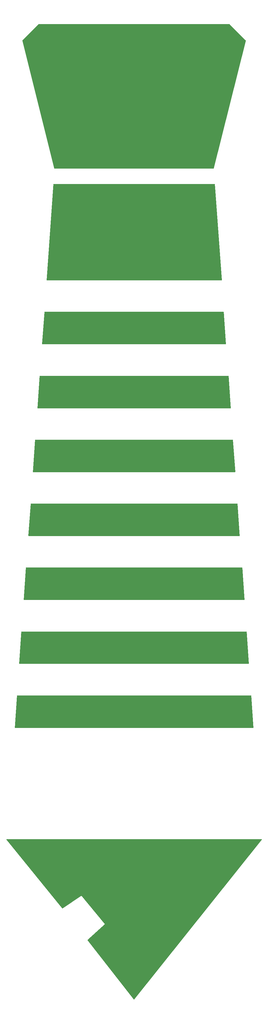
<source format=gbr>
G04 EAGLE Gerber RS-274X export*
G75*
%MOMM*%
%FSLAX34Y34*%
%LPD*%
%INStiffenerBottom*%
%IPPOS*%
%AMOC8*
5,1,8,0,0,1.08239X$1,22.5*%
G01*

G36*
X250050Y-400753D02*
X250050Y-400753D01*
X250100Y-400755D01*
X250170Y-400733D01*
X250243Y-400722D01*
X250287Y-400698D01*
X250335Y-400683D01*
X250395Y-400641D01*
X250460Y-400606D01*
X250495Y-400570D01*
X250536Y-400541D01*
X250579Y-400481D01*
X250630Y-400428D01*
X250651Y-400383D01*
X250680Y-400342D01*
X250722Y-400228D01*
X250733Y-400205D01*
X250734Y-400197D01*
X250739Y-400185D01*
X350739Y-185D01*
X350744Y-124D01*
X350759Y-64D01*
X350754Y-2D01*
X350759Y61D01*
X350744Y120D01*
X350739Y181D01*
X350715Y239D01*
X350700Y299D01*
X350667Y351D01*
X350643Y407D01*
X350586Y479D01*
X350568Y507D01*
X350555Y517D01*
X350538Y538D01*
X300538Y50538D01*
X300464Y50591D01*
X300395Y50651D01*
X300365Y50663D01*
X300339Y50682D01*
X300252Y50709D01*
X300167Y50743D01*
X300126Y50747D01*
X300103Y50754D01*
X300071Y50753D01*
X300000Y50761D01*
X-300000Y50761D01*
X-300090Y50747D01*
X-300181Y50739D01*
X-300211Y50727D01*
X-300243Y50722D01*
X-300323Y50679D01*
X-300407Y50643D01*
X-300439Y50617D01*
X-300460Y50606D01*
X-300482Y50583D01*
X-300538Y50538D01*
X-350538Y538D01*
X-350574Y489D01*
X-350617Y445D01*
X-350645Y389D01*
X-350682Y339D01*
X-350700Y280D01*
X-350727Y225D01*
X-350736Y163D01*
X-350754Y103D01*
X-350753Y42D01*
X-350761Y-18D01*
X-350749Y-110D01*
X-350748Y-142D01*
X-350742Y-158D01*
X-350739Y-185D01*
X-250739Y-400185D01*
X-250719Y-400231D01*
X-250708Y-400280D01*
X-250670Y-400343D01*
X-250641Y-400410D01*
X-250608Y-400448D01*
X-250582Y-400491D01*
X-250526Y-400539D01*
X-250477Y-400593D01*
X-250433Y-400618D01*
X-250395Y-400651D01*
X-250327Y-400678D01*
X-250263Y-400715D01*
X-250213Y-400724D01*
X-250167Y-400743D01*
X-250046Y-400756D01*
X-250021Y-400761D01*
X-250013Y-400760D01*
X-250000Y-400761D01*
X250000Y-400761D01*
X250050Y-400753D01*
G37*
G36*
X122Y-3000982D02*
X122Y-3000982D01*
X225Y-3000974D01*
X260Y-3000960D01*
X298Y-3000954D01*
X392Y-3000909D01*
X488Y-3000872D01*
X518Y-3000849D01*
X553Y-3000832D01*
X618Y-3000773D01*
X712Y-3000701D01*
X745Y-3000657D01*
X780Y-3000624D01*
X400780Y-2500624D01*
X400840Y-2500523D01*
X400905Y-2500424D01*
X400912Y-2500401D01*
X400924Y-2500381D01*
X400953Y-2500267D01*
X400987Y-2500154D01*
X400988Y-2500131D01*
X400993Y-2500108D01*
X400989Y-2499990D01*
X400991Y-2499872D01*
X400985Y-2499850D01*
X400984Y-2499826D01*
X400947Y-2499714D01*
X400916Y-2499600D01*
X400904Y-2499580D01*
X400896Y-2499558D01*
X400830Y-2499461D01*
X400768Y-2499360D01*
X400750Y-2499345D01*
X400737Y-2499325D01*
X400646Y-2499250D01*
X400558Y-2499171D01*
X400537Y-2499161D01*
X400519Y-2499146D01*
X400411Y-2499100D01*
X400305Y-2499048D01*
X400283Y-2499045D01*
X400260Y-2499035D01*
X400078Y-2499013D01*
X400000Y-2499001D01*
X-400000Y-2499001D01*
X-400121Y-2499018D01*
X-400243Y-2499031D01*
X-400260Y-2499038D01*
X-400279Y-2499041D01*
X-400390Y-2499091D01*
X-400504Y-2499137D01*
X-400519Y-2499149D01*
X-400536Y-2499157D01*
X-400629Y-2499236D01*
X-400725Y-2499312D01*
X-400736Y-2499328D01*
X-400750Y-2499340D01*
X-400818Y-2499443D01*
X-400888Y-2499542D01*
X-400894Y-2499560D01*
X-400905Y-2499576D01*
X-400941Y-2499693D01*
X-400981Y-2499808D01*
X-400982Y-2499828D01*
X-400987Y-2499846D01*
X-400989Y-2499968D01*
X-400995Y-2500090D01*
X-400991Y-2500109D01*
X-400991Y-2500128D01*
X-400958Y-2500246D01*
X-400930Y-2500365D01*
X-400921Y-2500380D01*
X-400916Y-2500400D01*
X-400807Y-2500577D01*
X-400775Y-2500631D01*
X-225775Y-2715631D01*
X-225763Y-2715642D01*
X-225754Y-2715656D01*
X-225659Y-2715738D01*
X-225568Y-2715822D01*
X-225553Y-2715830D01*
X-225540Y-2715841D01*
X-225427Y-2715893D01*
X-225316Y-2715948D01*
X-225299Y-2715951D01*
X-225284Y-2715958D01*
X-225160Y-2715976D01*
X-225038Y-2715999D01*
X-225021Y-2715997D01*
X-225005Y-2715999D01*
X-224881Y-2715982D01*
X-224758Y-2715969D01*
X-224742Y-2715963D01*
X-224726Y-2715961D01*
X-224645Y-2715923D01*
X-224496Y-2715863D01*
X-224471Y-2715843D01*
X-224446Y-2715831D01*
X-165193Y-2676330D01*
X-91380Y-2764904D01*
X-145672Y-2814261D01*
X-145690Y-2814282D01*
X-145712Y-2814299D01*
X-145780Y-2814390D01*
X-145852Y-2814478D01*
X-145863Y-2814503D01*
X-145880Y-2814526D01*
X-145919Y-2814632D01*
X-145964Y-2814737D01*
X-145967Y-2814764D01*
X-145977Y-2814790D01*
X-145985Y-2814904D01*
X-145999Y-2815017D01*
X-145995Y-2815044D01*
X-145997Y-2815072D01*
X-145973Y-2815183D01*
X-145955Y-2815295D01*
X-145943Y-2815320D01*
X-145937Y-2815347D01*
X-145892Y-2815428D01*
X-145834Y-2815550D01*
X-145805Y-2815583D01*
X-145786Y-2815616D01*
X-786Y-3000616D01*
X-759Y-3000643D01*
X-737Y-3000675D01*
X-657Y-3000740D01*
X-583Y-3000812D01*
X-549Y-3000829D01*
X-519Y-3000854D01*
X-424Y-3000894D01*
X-333Y-3000942D01*
X-295Y-3000950D01*
X-260Y-3000965D01*
X-158Y-3000977D01*
X-56Y-3000998D01*
X-18Y-3000994D01*
X20Y-3000999D01*
X122Y-3000982D01*
G37*
G36*
X275047Y-750754D02*
X275047Y-750754D01*
X275095Y-750755D01*
X275168Y-750734D01*
X275243Y-750722D01*
X275285Y-750699D01*
X275331Y-750686D01*
X275393Y-750642D01*
X275460Y-750606D01*
X275493Y-750572D01*
X275532Y-750544D01*
X275577Y-750483D01*
X275630Y-750428D01*
X275650Y-750385D01*
X275678Y-750346D01*
X275701Y-750274D01*
X275733Y-750205D01*
X275738Y-750157D01*
X275753Y-750112D01*
X275758Y-749982D01*
X275760Y-749961D01*
X275759Y-749954D01*
X275759Y-749944D01*
X253759Y-449944D01*
X253732Y-449833D01*
X253708Y-449720D01*
X253704Y-449713D01*
X253702Y-449705D01*
X253641Y-449608D01*
X253582Y-449509D01*
X253576Y-449504D01*
X253571Y-449497D01*
X253482Y-449424D01*
X253395Y-449349D01*
X253387Y-449346D01*
X253381Y-449341D01*
X253274Y-449300D01*
X253167Y-449257D01*
X253157Y-449256D01*
X253151Y-449254D01*
X253129Y-449253D01*
X253000Y-449239D01*
X-253000Y-449239D01*
X-253114Y-449257D01*
X-253230Y-449274D01*
X-253236Y-449277D01*
X-253243Y-449279D01*
X-253345Y-449332D01*
X-253449Y-449385D01*
X-253454Y-449390D01*
X-253460Y-449394D01*
X-253540Y-449477D01*
X-253622Y-449561D01*
X-253625Y-449567D01*
X-253630Y-449572D01*
X-253678Y-449677D01*
X-253729Y-449782D01*
X-253731Y-449790D01*
X-253733Y-449795D01*
X-253735Y-449815D01*
X-253759Y-449947D01*
X-274759Y-749947D01*
X-274755Y-749993D01*
X-274760Y-750039D01*
X-274744Y-750115D01*
X-274737Y-750192D01*
X-274718Y-750234D01*
X-274708Y-750280D01*
X-274668Y-750346D01*
X-274637Y-750417D01*
X-274606Y-750451D01*
X-274582Y-750491D01*
X-274523Y-750541D01*
X-274471Y-750598D01*
X-274430Y-750621D01*
X-274395Y-750651D01*
X-274323Y-750680D01*
X-274256Y-750717D01*
X-274210Y-750725D01*
X-274167Y-750743D01*
X-274033Y-750758D01*
X-274014Y-750761D01*
X-274008Y-750760D01*
X-274000Y-750761D01*
X275000Y-750761D01*
X275047Y-750754D01*
G37*
G36*
X374046Y-2150754D02*
X374046Y-2150754D01*
X374092Y-2150756D01*
X374167Y-2150734D01*
X374243Y-2150722D01*
X374284Y-2150700D01*
X374329Y-2150687D01*
X374392Y-2150643D01*
X374460Y-2150606D01*
X374492Y-2150573D01*
X374530Y-2150546D01*
X374576Y-2150484D01*
X374630Y-2150428D01*
X374649Y-2150386D01*
X374677Y-2150348D01*
X374701Y-2150275D01*
X374733Y-2150205D01*
X374738Y-2150159D01*
X374753Y-2150114D01*
X374758Y-2149980D01*
X374760Y-2149961D01*
X374759Y-2149955D01*
X374759Y-2149947D01*
X367759Y-2049947D01*
X367733Y-2049833D01*
X367708Y-2049720D01*
X367704Y-2049714D01*
X367703Y-2049707D01*
X367641Y-2049609D01*
X367582Y-2049509D01*
X367577Y-2049505D01*
X367573Y-2049499D01*
X367484Y-2049425D01*
X367395Y-2049349D01*
X367388Y-2049347D01*
X367383Y-2049342D01*
X367275Y-2049301D01*
X367167Y-2049257D01*
X367158Y-2049256D01*
X367153Y-2049254D01*
X367134Y-2049254D01*
X367000Y-2049239D01*
X-367000Y-2049239D01*
X-367114Y-2049257D01*
X-367230Y-2049274D01*
X-367236Y-2049277D01*
X-367243Y-2049279D01*
X-367345Y-2049332D01*
X-367449Y-2049385D01*
X-367454Y-2049390D01*
X-367460Y-2049394D01*
X-367540Y-2049477D01*
X-367622Y-2049561D01*
X-367625Y-2049567D01*
X-367630Y-2049572D01*
X-367678Y-2049677D01*
X-367729Y-2049782D01*
X-367731Y-2049790D01*
X-367733Y-2049795D01*
X-367735Y-2049815D01*
X-367759Y-2049947D01*
X-374759Y-2149947D01*
X-374755Y-2149993D01*
X-374760Y-2150039D01*
X-374744Y-2150115D01*
X-374737Y-2150192D01*
X-374718Y-2150234D01*
X-374708Y-2150280D01*
X-374668Y-2150346D01*
X-374637Y-2150417D01*
X-374606Y-2150451D01*
X-374582Y-2150491D01*
X-374523Y-2150541D01*
X-374471Y-2150598D01*
X-374430Y-2150621D01*
X-374395Y-2150651D01*
X-374323Y-2150680D01*
X-374256Y-2150717D01*
X-374210Y-2150725D01*
X-374167Y-2150743D01*
X-374033Y-2150758D01*
X-374014Y-2150761D01*
X-374008Y-2150760D01*
X-374000Y-2150761D01*
X374000Y-2150761D01*
X374046Y-2150754D01*
G37*
G36*
X360046Y-1950754D02*
X360046Y-1950754D01*
X360092Y-1950756D01*
X360167Y-1950734D01*
X360243Y-1950722D01*
X360284Y-1950700D01*
X360329Y-1950687D01*
X360392Y-1950643D01*
X360460Y-1950606D01*
X360492Y-1950573D01*
X360530Y-1950546D01*
X360576Y-1950484D01*
X360630Y-1950428D01*
X360649Y-1950386D01*
X360677Y-1950348D01*
X360701Y-1950275D01*
X360733Y-1950205D01*
X360738Y-1950159D01*
X360753Y-1950114D01*
X360758Y-1949980D01*
X360760Y-1949961D01*
X360759Y-1949955D01*
X360759Y-1949947D01*
X353759Y-1849947D01*
X353733Y-1849833D01*
X353708Y-1849720D01*
X353704Y-1849714D01*
X353703Y-1849707D01*
X353641Y-1849609D01*
X353582Y-1849509D01*
X353577Y-1849505D01*
X353573Y-1849499D01*
X353484Y-1849425D01*
X353395Y-1849349D01*
X353388Y-1849347D01*
X353383Y-1849342D01*
X353275Y-1849301D01*
X353167Y-1849257D01*
X353158Y-1849256D01*
X353153Y-1849254D01*
X353134Y-1849254D01*
X353000Y-1849239D01*
X-353000Y-1849239D01*
X-353114Y-1849257D01*
X-353230Y-1849274D01*
X-353236Y-1849277D01*
X-353243Y-1849279D01*
X-353345Y-1849332D01*
X-353449Y-1849385D01*
X-353454Y-1849390D01*
X-353460Y-1849394D01*
X-353540Y-1849477D01*
X-353622Y-1849561D01*
X-353625Y-1849567D01*
X-353630Y-1849572D01*
X-353678Y-1849677D01*
X-353729Y-1849782D01*
X-353731Y-1849790D01*
X-353733Y-1849795D01*
X-353735Y-1849815D01*
X-353759Y-1849947D01*
X-360759Y-1949947D01*
X-360755Y-1949993D01*
X-360760Y-1950039D01*
X-360744Y-1950115D01*
X-360737Y-1950192D01*
X-360718Y-1950234D01*
X-360708Y-1950280D01*
X-360668Y-1950346D01*
X-360637Y-1950417D01*
X-360606Y-1950451D01*
X-360582Y-1950491D01*
X-360523Y-1950541D01*
X-360471Y-1950598D01*
X-360430Y-1950621D01*
X-360395Y-1950651D01*
X-360323Y-1950680D01*
X-360256Y-1950717D01*
X-360210Y-1950725D01*
X-360167Y-1950743D01*
X-360033Y-1950758D01*
X-360014Y-1950761D01*
X-360008Y-1950760D01*
X-360000Y-1950761D01*
X360000Y-1950761D01*
X360046Y-1950754D01*
G37*
G36*
X346046Y-1750754D02*
X346046Y-1750754D01*
X346092Y-1750756D01*
X346167Y-1750734D01*
X346243Y-1750722D01*
X346284Y-1750700D01*
X346329Y-1750687D01*
X346392Y-1750643D01*
X346460Y-1750606D01*
X346492Y-1750573D01*
X346530Y-1750546D01*
X346576Y-1750484D01*
X346630Y-1750428D01*
X346649Y-1750386D01*
X346677Y-1750348D01*
X346701Y-1750275D01*
X346733Y-1750205D01*
X346738Y-1750159D01*
X346753Y-1750114D01*
X346758Y-1749980D01*
X346760Y-1749961D01*
X346759Y-1749955D01*
X346759Y-1749947D01*
X339759Y-1649947D01*
X339733Y-1649833D01*
X339708Y-1649720D01*
X339704Y-1649714D01*
X339703Y-1649707D01*
X339641Y-1649609D01*
X339582Y-1649509D01*
X339577Y-1649505D01*
X339573Y-1649499D01*
X339484Y-1649425D01*
X339395Y-1649349D01*
X339388Y-1649347D01*
X339383Y-1649342D01*
X339275Y-1649301D01*
X339167Y-1649257D01*
X339158Y-1649256D01*
X339153Y-1649254D01*
X339134Y-1649254D01*
X339000Y-1649239D01*
X-339000Y-1649239D01*
X-339114Y-1649257D01*
X-339230Y-1649274D01*
X-339236Y-1649277D01*
X-339243Y-1649279D01*
X-339345Y-1649332D01*
X-339449Y-1649385D01*
X-339454Y-1649390D01*
X-339460Y-1649394D01*
X-339540Y-1649477D01*
X-339622Y-1649561D01*
X-339625Y-1649567D01*
X-339630Y-1649572D01*
X-339678Y-1649677D01*
X-339729Y-1649782D01*
X-339731Y-1649790D01*
X-339733Y-1649795D01*
X-339735Y-1649815D01*
X-339759Y-1649947D01*
X-346759Y-1749947D01*
X-346755Y-1749993D01*
X-346760Y-1750039D01*
X-346744Y-1750115D01*
X-346737Y-1750192D01*
X-346718Y-1750234D01*
X-346708Y-1750280D01*
X-346668Y-1750346D01*
X-346637Y-1750417D01*
X-346606Y-1750451D01*
X-346582Y-1750491D01*
X-346523Y-1750541D01*
X-346471Y-1750598D01*
X-346430Y-1750621D01*
X-346395Y-1750651D01*
X-346323Y-1750680D01*
X-346256Y-1750717D01*
X-346210Y-1750725D01*
X-346167Y-1750743D01*
X-346033Y-1750758D01*
X-346014Y-1750761D01*
X-346008Y-1750760D01*
X-346000Y-1750761D01*
X346000Y-1750761D01*
X346046Y-1750754D01*
G37*
G36*
X331046Y-1550754D02*
X331046Y-1550754D01*
X331092Y-1550756D01*
X331167Y-1550734D01*
X331243Y-1550722D01*
X331284Y-1550700D01*
X331329Y-1550687D01*
X331392Y-1550643D01*
X331460Y-1550606D01*
X331492Y-1550573D01*
X331530Y-1550546D01*
X331576Y-1550484D01*
X331630Y-1550428D01*
X331649Y-1550386D01*
X331677Y-1550348D01*
X331701Y-1550275D01*
X331733Y-1550205D01*
X331738Y-1550159D01*
X331753Y-1550114D01*
X331758Y-1549980D01*
X331760Y-1549961D01*
X331759Y-1549955D01*
X331759Y-1549947D01*
X324759Y-1449947D01*
X324733Y-1449833D01*
X324708Y-1449720D01*
X324704Y-1449714D01*
X324703Y-1449707D01*
X324641Y-1449609D01*
X324582Y-1449509D01*
X324577Y-1449505D01*
X324573Y-1449499D01*
X324484Y-1449425D01*
X324395Y-1449349D01*
X324388Y-1449347D01*
X324383Y-1449342D01*
X324275Y-1449301D01*
X324167Y-1449257D01*
X324158Y-1449256D01*
X324153Y-1449254D01*
X324134Y-1449254D01*
X324000Y-1449239D01*
X-324000Y-1449239D01*
X-324114Y-1449257D01*
X-324230Y-1449274D01*
X-324236Y-1449277D01*
X-324243Y-1449279D01*
X-324345Y-1449332D01*
X-324449Y-1449385D01*
X-324454Y-1449390D01*
X-324460Y-1449394D01*
X-324540Y-1449477D01*
X-324622Y-1449561D01*
X-324625Y-1449567D01*
X-324630Y-1449572D01*
X-324678Y-1449677D01*
X-324729Y-1449782D01*
X-324731Y-1449790D01*
X-324733Y-1449795D01*
X-324735Y-1449815D01*
X-324759Y-1449947D01*
X-331759Y-1549947D01*
X-331755Y-1549993D01*
X-331760Y-1550039D01*
X-331744Y-1550115D01*
X-331737Y-1550192D01*
X-331718Y-1550234D01*
X-331708Y-1550280D01*
X-331668Y-1550346D01*
X-331637Y-1550417D01*
X-331606Y-1550451D01*
X-331582Y-1550491D01*
X-331523Y-1550541D01*
X-331471Y-1550598D01*
X-331430Y-1550621D01*
X-331395Y-1550651D01*
X-331323Y-1550680D01*
X-331256Y-1550717D01*
X-331210Y-1550725D01*
X-331167Y-1550743D01*
X-331033Y-1550758D01*
X-331014Y-1550761D01*
X-331008Y-1550760D01*
X-331000Y-1550761D01*
X331000Y-1550761D01*
X331046Y-1550754D01*
G37*
G36*
X317046Y-1350754D02*
X317046Y-1350754D01*
X317092Y-1350756D01*
X317167Y-1350734D01*
X317243Y-1350722D01*
X317284Y-1350700D01*
X317329Y-1350687D01*
X317392Y-1350643D01*
X317460Y-1350606D01*
X317492Y-1350573D01*
X317530Y-1350546D01*
X317576Y-1350484D01*
X317630Y-1350428D01*
X317649Y-1350386D01*
X317677Y-1350348D01*
X317701Y-1350275D01*
X317733Y-1350205D01*
X317738Y-1350159D01*
X317753Y-1350114D01*
X317758Y-1349980D01*
X317760Y-1349961D01*
X317759Y-1349955D01*
X317759Y-1349947D01*
X310759Y-1249947D01*
X310733Y-1249833D01*
X310708Y-1249720D01*
X310704Y-1249714D01*
X310703Y-1249707D01*
X310641Y-1249609D01*
X310582Y-1249509D01*
X310577Y-1249505D01*
X310573Y-1249499D01*
X310484Y-1249425D01*
X310395Y-1249349D01*
X310388Y-1249347D01*
X310383Y-1249342D01*
X310275Y-1249301D01*
X310167Y-1249257D01*
X310158Y-1249256D01*
X310153Y-1249254D01*
X310134Y-1249254D01*
X310000Y-1249239D01*
X-310000Y-1249239D01*
X-310114Y-1249257D01*
X-310230Y-1249274D01*
X-310236Y-1249277D01*
X-310243Y-1249279D01*
X-310345Y-1249332D01*
X-310449Y-1249385D01*
X-310454Y-1249390D01*
X-310460Y-1249394D01*
X-310540Y-1249477D01*
X-310622Y-1249561D01*
X-310625Y-1249567D01*
X-310630Y-1249572D01*
X-310678Y-1249677D01*
X-310729Y-1249782D01*
X-310731Y-1249790D01*
X-310733Y-1249795D01*
X-310735Y-1249815D01*
X-310759Y-1249947D01*
X-317759Y-1349947D01*
X-317755Y-1349993D01*
X-317760Y-1350039D01*
X-317744Y-1350115D01*
X-317737Y-1350192D01*
X-317718Y-1350234D01*
X-317708Y-1350280D01*
X-317668Y-1350346D01*
X-317637Y-1350417D01*
X-317606Y-1350451D01*
X-317582Y-1350491D01*
X-317523Y-1350541D01*
X-317471Y-1350598D01*
X-317430Y-1350621D01*
X-317395Y-1350651D01*
X-317323Y-1350680D01*
X-317256Y-1350717D01*
X-317210Y-1350725D01*
X-317167Y-1350743D01*
X-317033Y-1350758D01*
X-317014Y-1350761D01*
X-317008Y-1350760D01*
X-317000Y-1350761D01*
X317000Y-1350761D01*
X317046Y-1350754D01*
G37*
G36*
X303046Y-1150754D02*
X303046Y-1150754D01*
X303092Y-1150756D01*
X303167Y-1150734D01*
X303243Y-1150722D01*
X303284Y-1150700D01*
X303329Y-1150687D01*
X303392Y-1150643D01*
X303460Y-1150606D01*
X303492Y-1150573D01*
X303530Y-1150546D01*
X303576Y-1150484D01*
X303630Y-1150428D01*
X303649Y-1150386D01*
X303677Y-1150348D01*
X303701Y-1150275D01*
X303733Y-1150205D01*
X303738Y-1150159D01*
X303753Y-1150114D01*
X303758Y-1149980D01*
X303760Y-1149961D01*
X303759Y-1149955D01*
X303759Y-1149947D01*
X296759Y-1049947D01*
X296733Y-1049833D01*
X296708Y-1049720D01*
X296704Y-1049714D01*
X296703Y-1049707D01*
X296641Y-1049609D01*
X296582Y-1049509D01*
X296577Y-1049505D01*
X296573Y-1049499D01*
X296484Y-1049425D01*
X296395Y-1049349D01*
X296388Y-1049347D01*
X296383Y-1049342D01*
X296275Y-1049301D01*
X296167Y-1049257D01*
X296158Y-1049256D01*
X296153Y-1049254D01*
X296134Y-1049254D01*
X296000Y-1049239D01*
X-296000Y-1049239D01*
X-296114Y-1049257D01*
X-296230Y-1049274D01*
X-296236Y-1049277D01*
X-296243Y-1049279D01*
X-296345Y-1049332D01*
X-296449Y-1049385D01*
X-296454Y-1049390D01*
X-296460Y-1049394D01*
X-296540Y-1049477D01*
X-296622Y-1049561D01*
X-296625Y-1049567D01*
X-296630Y-1049572D01*
X-296678Y-1049677D01*
X-296729Y-1049782D01*
X-296731Y-1049790D01*
X-296733Y-1049795D01*
X-296735Y-1049815D01*
X-296759Y-1049947D01*
X-303759Y-1149947D01*
X-303755Y-1149993D01*
X-303760Y-1150039D01*
X-303744Y-1150115D01*
X-303737Y-1150192D01*
X-303718Y-1150234D01*
X-303708Y-1150280D01*
X-303668Y-1150346D01*
X-303637Y-1150417D01*
X-303606Y-1150451D01*
X-303582Y-1150491D01*
X-303523Y-1150541D01*
X-303471Y-1150598D01*
X-303430Y-1150621D01*
X-303395Y-1150651D01*
X-303323Y-1150680D01*
X-303256Y-1150717D01*
X-303210Y-1150725D01*
X-303167Y-1150743D01*
X-303033Y-1150758D01*
X-303014Y-1150761D01*
X-303008Y-1150760D01*
X-303000Y-1150761D01*
X303000Y-1150761D01*
X303046Y-1150754D01*
G37*
G36*
X288046Y-950754D02*
X288046Y-950754D01*
X288092Y-950756D01*
X288167Y-950734D01*
X288243Y-950722D01*
X288284Y-950700D01*
X288329Y-950687D01*
X288392Y-950643D01*
X288460Y-950606D01*
X288492Y-950573D01*
X288530Y-950546D01*
X288576Y-950484D01*
X288630Y-950428D01*
X288649Y-950386D01*
X288677Y-950348D01*
X288701Y-950275D01*
X288733Y-950205D01*
X288738Y-950159D01*
X288753Y-950114D01*
X288758Y-949980D01*
X288760Y-949961D01*
X288759Y-949955D01*
X288759Y-949947D01*
X281759Y-849947D01*
X281733Y-849833D01*
X281708Y-849720D01*
X281704Y-849714D01*
X281703Y-849707D01*
X281641Y-849609D01*
X281582Y-849509D01*
X281577Y-849505D01*
X281573Y-849499D01*
X281484Y-849425D01*
X281395Y-849349D01*
X281388Y-849347D01*
X281383Y-849342D01*
X281275Y-849301D01*
X281167Y-849257D01*
X281158Y-849256D01*
X281153Y-849254D01*
X281134Y-849254D01*
X281000Y-849239D01*
X-281000Y-849239D01*
X-281114Y-849257D01*
X-281230Y-849274D01*
X-281236Y-849277D01*
X-281243Y-849279D01*
X-281345Y-849332D01*
X-281449Y-849385D01*
X-281454Y-849390D01*
X-281460Y-849394D01*
X-281540Y-849477D01*
X-281622Y-849561D01*
X-281625Y-849567D01*
X-281630Y-849572D01*
X-281678Y-849677D01*
X-281729Y-849782D01*
X-281731Y-849790D01*
X-281733Y-849795D01*
X-281735Y-849815D01*
X-281759Y-849947D01*
X-288759Y-949947D01*
X-288755Y-949993D01*
X-288760Y-950039D01*
X-288744Y-950115D01*
X-288737Y-950192D01*
X-288718Y-950234D01*
X-288708Y-950280D01*
X-288668Y-950346D01*
X-288637Y-950417D01*
X-288606Y-950451D01*
X-288582Y-950491D01*
X-288523Y-950541D01*
X-288471Y-950598D01*
X-288430Y-950621D01*
X-288395Y-950651D01*
X-288323Y-950680D01*
X-288256Y-950717D01*
X-288210Y-950725D01*
X-288167Y-950743D01*
X-288033Y-950758D01*
X-288014Y-950761D01*
X-288008Y-950760D01*
X-288000Y-950761D01*
X288000Y-950761D01*
X288046Y-950754D01*
G37*
M02*

</source>
